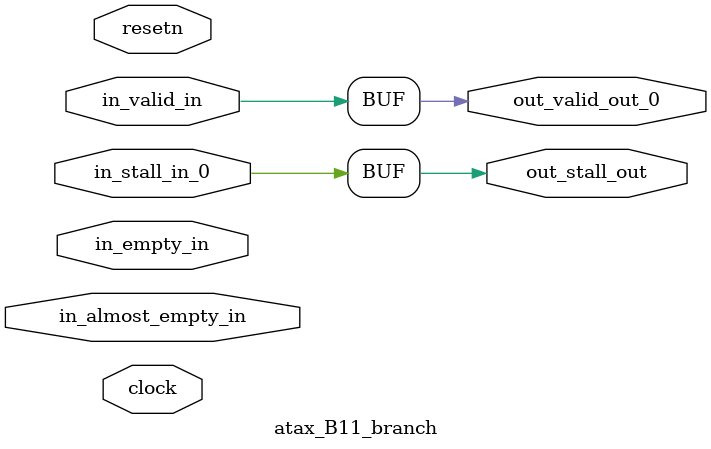
<source format=sv>



(* altera_attribute = "-name AUTO_SHIFT_REGISTER_RECOGNITION OFF; -name MESSAGE_DISABLE 10036; -name MESSAGE_DISABLE 10037; -name MESSAGE_DISABLE 14130; -name MESSAGE_DISABLE 14320; -name MESSAGE_DISABLE 15400; -name MESSAGE_DISABLE 14130; -name MESSAGE_DISABLE 10036; -name MESSAGE_DISABLE 12020; -name MESSAGE_DISABLE 12030; -name MESSAGE_DISABLE 12010; -name MESSAGE_DISABLE 12110; -name MESSAGE_DISABLE 14320; -name MESSAGE_DISABLE 13410; -name MESSAGE_DISABLE 113007; -name MESSAGE_DISABLE 10958" *)
module atax_B11_branch (
    input wire [0:0] in_almost_empty_in,
    input wire [0:0] in_empty_in,
    input wire [0:0] in_stall_in_0,
    input wire [0:0] in_valid_in,
    output wire [0:0] out_stall_out,
    output wire [0:0] out_valid_out_0,
    input wire clock,
    input wire resetn
    );

    reg [0:0] rst_sync_rst_sclrn;


    // out_stall_out(GPOUT,6)
    assign out_stall_out = in_stall_in_0;

    // out_valid_out_0(GPOUT,7)
    assign out_valid_out_0 = in_valid_in;

    // rst_sync(RESETSYNC,8)
    acl_reset_handler #(
        .ASYNC_RESET(0),
        .USE_SYNCHRONIZER(1),
        .PULSE_EXTENSION(0),
        .PIPE_DEPTH(3),
        .DUPLICATE(1)
    ) therst_sync (
        .clk(clock),
        .i_resetn(resetn),
        .o_sclrn(rst_sync_rst_sclrn)
    );

endmodule

</source>
